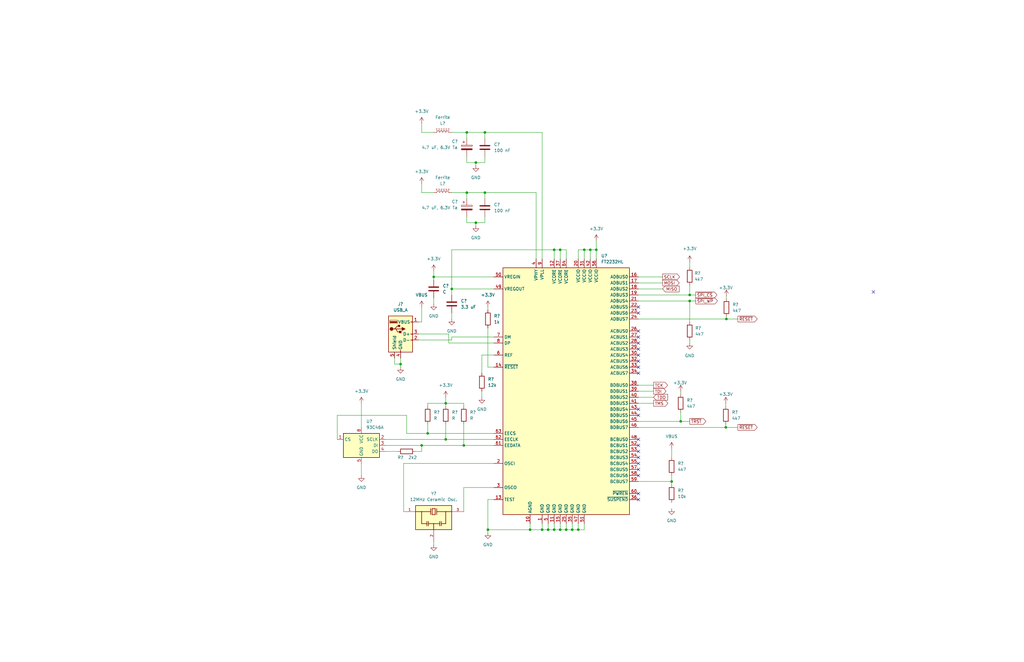
<source format=kicad_sch>
(kicad_sch (version 20211123) (generator eeschema)
  (paper "B")
  (lib_symbols
    (symbol "Connector:USB_A" (pin_names (offset 1.016))
      (property "Reference" "J" (at -5.08 11.43 0))
      (property "Value" "USB_A" (at -5.08 8.89 0))
      (symbol "USB_A_0_1"
        (rectangle (start -5.08 -7.62) (end 5.08 7.62) (stroke (width 0.254)) (fill (type background)))
        (circle (center -3.81 2.159) (radius 0.635) (stroke (width 0.254)) (fill (type outline)))
        (rectangle (start -1.524 4.826) (end -4.318 5.334) (fill (type outline)))
        (rectangle (start -1.27 4.572) (end -4.572 5.842))
        (circle (center -0.635 3.429) (radius 0.381) (stroke (width 0.254)) (fill (type outline)))
        (rectangle (start -0.127 -7.62) (end 0.127 -6.858))
        (polyline (pts (xy -3.175 2.159) (xy -2.54 2.159) (xy -1.27 3.429) (xy -0.635 3.429)) (stroke (width 0.254)))
        (polyline (pts (xy -2.54 2.159) (xy -1.905 2.159) (xy -1.27 0.889) (xy 0 0.889)) (stroke (width 0.254)))
        (polyline (pts (xy 0.635 2.794) (xy 0.635 1.524) (xy 1.905 2.159) (xy 0.635 2.794)) (stroke (width 0.254)) (fill (type outline)))
        (rectangle (start 0.254 1.27) (end -0.508 0.508) (stroke (width 0.254)) (fill (type outline)))
        (rectangle (start 5.08 -2.667) (end 4.318 -2.413))
        (rectangle (start 5.08 -0.127) (end 4.318 0.127))
        (rectangle (start 5.08 4.953) (end 4.318 5.207))
      )
      (symbol "USB_A_1_1"
        (polyline (pts (xy -1.905 2.159) (xy 0.635 2.159)) (stroke (width 0.254)))
        (pin power_in line (at 7.62 5.08 180) (length 2.54) (name "VBUS") (number "1"))
        (pin bidirectional line (at 7.62 -2.54 180) (length 2.54) (name "D-") (number "2"))
        (pin bidirectional line (at 7.62 0 180) (length 2.54) (name "D+") (number "3"))
        (pin power_in line (at 0 -10.16 90) (length 2.54) (name "GND") (number "4"))
        (pin passive line (at -2.54 -10.16 90) (length 2.54) (name "Shield") (number "5"))
      )
    )
    (symbol "Device:C" (pin_numbers hide) (pin_names (offset 0.254))
      (property "Reference" "C" (at 0.635 2.54 0))
      (property "Value" "C" (at 0.635 -2.54 0))
      (symbol "C_0_1"
        (polyline (pts (xy -2.032 -0.762) (xy 2.032 -0.762)) (stroke (width 0.508)))
        (polyline (pts (xy -2.032 0.762) (xy 2.032 0.762)) (stroke (width 0.508)))
      )
      (symbol "C_1_1"
        (pin passive line (at 0 3.81 270) (length 2.794) (name "~") (number "1"))
        (pin passive line (at 0 -3.81 90) (length 2.794) (name "~") (number "2"))
      )
    )
    (symbol "Device:C_Polarized" (pin_numbers hide) (pin_names (offset 0.254))
      (property "Reference" "C" (at 0.635 2.54 0))
      (property "Value" "C_Polarized" (at 0.635 -2.54 0))
      (symbol "C_Polarized_0_1"
        (rectangle (start -2.286 0.508) (end 2.286 1.016))
        (polyline (pts (xy -1.778 2.286) (xy -0.762 2.286)))
        (polyline (pts (xy -1.27 2.794) (xy -1.27 1.778)))
        (rectangle (start 2.286 -0.508) (end -2.286 -1.016) (fill (type outline)))
      )
      (symbol "C_Polarized_1_1"
        (pin passive line (at 0 3.81 270) (length 2.794) (name "~") (number "1"))
        (pin passive line (at 0 -3.81 90) (length 2.794) (name "~") (number "2"))
      )
    )
    (symbol "Device:L_Ferrite" (pin_numbers hide) (pin_names (offset 1.016) hide)
      (property "Reference" "L" (at -1.27 0 90))
      (property "Value" "L_Ferrite" (at 2.794 0 90))
      (symbol "L_Ferrite_0_1"
        (arc (start 0 -2.54) (mid 0.635 -1.905) (end 0 -1.27))
        (arc (start 0 -1.27) (mid 0.635 -0.635) (end 0 0))
        (polyline (pts (xy 1.016 -2.794) (xy 1.016 -2.286)))
        (polyline (pts (xy 1.016 -1.778) (xy 1.016 -1.27)))
        (polyline (pts (xy 1.016 -0.762) (xy 1.016 -0.254)))
        (polyline (pts (xy 1.016 0.254) (xy 1.016 0.762)))
        (polyline (pts (xy 1.016 1.27) (xy 1.016 1.778)))
        (polyline (pts (xy 1.016 2.286) (xy 1.016 2.794)))
        (polyline (pts (xy 1.524 -2.286) (xy 1.524 -2.794)))
        (polyline (pts (xy 1.524 -1.27) (xy 1.524 -1.778)))
        (polyline (pts (xy 1.524 -0.254) (xy 1.524 -0.762)))
        (polyline (pts (xy 1.524 0.762) (xy 1.524 0.254)))
        (polyline (pts (xy 1.524 1.778) (xy 1.524 1.27)))
        (polyline (pts (xy 1.524 2.794) (xy 1.524 2.286)))
        (arc (start 0 0) (mid 0.635 0.635) (end 0 1.27))
        (arc (start 0 1.27) (mid 0.635 1.905) (end 0 2.54))
      )
      (symbol "L_Ferrite_1_1"
        (pin passive line (at 0 3.81 270) (length 1.27) (name "1") (number "1"))
        (pin passive line (at 0 -3.81 90) (length 1.27) (name "2") (number "2"))
      )
    )
    (symbol "Device:R" (pin_numbers hide) (pin_names (offset 0))
      (property "Reference" "R" (at 2.032 0 90))
      (property "Value" "R" (at 0 0 90))
      (symbol "R_0_1"
        (rectangle (start -1.016 -2.54) (end 1.016 2.54) (stroke (width 0.254)))
      )
      (symbol "R_1_1"
        (pin passive line (at 0 3.81 270) (length 1.27) (name "~") (number "1"))
        (pin passive line (at 0 -3.81 90) (length 1.27) (name "~") (number "2"))
      )
    )
    (symbol "Interface_USB:FT2232HL"
      (property "Reference" "U" (at -26.67 53.34 0))
      (property "Value" "FT2232HL" (at 19.05 53.34 0))
      (symbol "FT2232HL_0_1"
        (rectangle (start -26.67 -52.07) (end 26.67 52.07) (stroke (width 0.254)) (fill (type background)))
      )
      (symbol "FT2232HL_1_1"
        (pin power_in line (at -10.16 -55.88 90) (length 3.81) (name "GND") (number "1"))
        (pin power_in line (at -15.24 -55.88 90) (length 3.81) (name "AGND") (number "10"))
        (pin power_in line (at -5.08 -55.88 90) (length 3.81) (name "GND") (number "11"))
        (pin power_in line (at -5.08 55.88 270) (length 3.81) (name "VCORE") (number "12"))
        (pin input line (at -30.48 -45.72 0) (length 3.81) (name "TEST") (number "13"))
        (pin input line (at -30.48 10.16 0) (length 3.81) (name "~{RESET}") (number "14"))
        (pin power_in line (at -2.54 -55.88 90) (length 3.81) (name "GND") (number "15"))
        (pin bidirectional line (at 30.48 48.26 180) (length 3.81) (name "ADBUS0") (number "16"))
        (pin bidirectional line (at 30.48 45.72 180) (length 3.81) (name "ADBUS1") (number "17"))
        (pin bidirectional line (at 30.48 43.18 180) (length 3.81) (name "ADBUS2") (number "18"))
        (pin bidirectional line (at 30.48 40.64 180) (length 3.81) (name "ADBUS3") (number "19"))
        (pin input line (at -30.48 -30.48 0) (length 3.81) (name "OSCI") (number "2"))
        (pin power_in line (at 5.08 55.88 270) (length 3.81) (name "VCCIO") (number "20"))
        (pin bidirectional line (at 30.48 38.1 180) (length 3.81) (name "ADBUS4") (number "21"))
        (pin bidirectional line (at 30.48 35.56 180) (length 3.81) (name "ADBUS5") (number "22"))
        (pin bidirectional line (at 30.48 33.02 180) (length 3.81) (name "ADBUS6") (number "23"))
        (pin bidirectional line (at 30.48 30.48 180) (length 3.81) (name "ADBUS7") (number "24"))
        (pin power_in line (at 0 -55.88 90) (length 3.81) (name "GND") (number "25"))
        (pin bidirectional line (at 30.48 25.4 180) (length 3.81) (name "ACBUS0") (number "26"))
        (pin bidirectional line (at 30.48 22.86 180) (length 3.81) (name "ACBUS1") (number "27"))
        (pin bidirectional line (at 30.48 20.32 180) (length 3.81) (name "ACBUS2") (number "28"))
        (pin bidirectional line (at 30.48 17.78 180) (length 3.81) (name "ACBUS3") (number "29"))
        (pin output line (at -30.48 -40.64 0) (length 3.81) (name "OSCO") (number "3"))
        (pin bidirectional line (at 30.48 15.24 180) (length 3.81) (name "ACBUS4") (number "30"))
        (pin power_in line (at 7.62 55.88 270) (length 3.81) (name "VCCIO") (number "31"))
        (pin bidirectional line (at 30.48 12.7 180) (length 3.81) (name "ACBUS5") (number "32"))
        (pin bidirectional line (at 30.48 10.16 180) (length 3.81) (name "ACBUS6") (number "33"))
        (pin bidirectional line (at 30.48 7.62 180) (length 3.81) (name "ACBUS7") (number "34"))
        (pin power_in line (at 2.54 -55.88 90) (length 3.81) (name "GND") (number "35"))
        (pin output line (at 30.48 -45.72 180) (length 3.81) (name "~{SUSPEND}") (number "36"))
        (pin power_in line (at -2.54 55.88 270) (length 3.81) (name "VCORE") (number "37"))
        (pin bidirectional line (at 30.48 2.54 180) (length 3.81) (name "BDBUS0") (number "38"))
        (pin bidirectional line (at 30.48 0 180) (length 3.81) (name "BDBUS1") (number "39"))
        (pin power_in line (at -12.7 55.88 270) (length 3.81) (name "VPHY") (number "4"))
        (pin bidirectional line (at 30.48 -2.54 180) (length 3.81) (name "BDBUS2") (number "40"))
        (pin bidirectional line (at 30.48 -5.08 180) (length 3.81) (name "BDBUS3") (number "41"))
        (pin power_in line (at 10.16 55.88 270) (length 3.81) (name "VCCIO") (number "42"))
        (pin bidirectional line (at 30.48 -7.62 180) (length 3.81) (name "BDBUS4") (number "43"))
        (pin bidirectional line (at 30.48 -10.16 180) (length 3.81) (name "BDBUS5") (number "44"))
        (pin bidirectional line (at 30.48 -12.7 180) (length 3.81) (name "BDBUS6") (number "45"))
        (pin bidirectional line (at 30.48 -15.24 180) (length 3.81) (name "BDBUS7") (number "46"))
        (pin power_in line (at 5.08 -55.88 90) (length 3.81) (name "GND") (number "47"))
        (pin bidirectional line (at 30.48 -20.32 180) (length 3.81) (name "BCBUS0") (number "48"))
        (pin power_out line (at -30.48 43.18 0) (length 3.81) (name "VREGOUT") (number "49"))
        (pin power_in line (at -7.62 -55.88 90) (length 3.81) (name "GND") (number "5"))
        (pin power_in line (at -30.48 48.26 0) (length 3.81) (name "VREGIN") (number "50"))
        (pin power_in line (at 7.62 -55.88 90) (length 3.81) (name "GND") (number "51"))
        (pin bidirectional line (at 30.48 -22.86 180) (length 3.81) (name "BCBUS1") (number "52"))
        (pin bidirectional line (at 30.48 -25.4 180) (length 3.81) (name "BCBUS2") (number "53"))
        (pin bidirectional line (at 30.48 -27.94 180) (length 3.81) (name "BCBUS3") (number "54"))
        (pin bidirectional line (at 30.48 -30.48 180) (length 3.81) (name "BCBUS4") (number "55"))
        (pin power_in line (at 12.7 55.88 270) (length 3.81) (name "VCCIO") (number "56"))
        (pin bidirectional line (at 30.48 -33.02 180) (length 3.81) (name "BCBUS5") (number "57"))
        (pin bidirectional line (at 30.48 -35.56 180) (length 3.81) (name "BCBUS6") (number "58"))
        (pin bidirectional line (at 30.48 -38.1 180) (length 3.81) (name "BCBUS7") (number "59"))
        (pin output line (at -30.48 15.24 0) (length 3.81) (name "REF") (number "6"))
        (pin output line (at 30.48 -43.18 180) (length 3.81) (name "~{PWREN}") (number "60"))
        (pin bidirectional line (at -30.48 -22.86 0) (length 3.81) (name "EEDATA") (number "61"))
        (pin output line (at -30.48 -20.32 0) (length 3.81) (name "EECLK") (number "62"))
        (pin output line (at -30.48 -17.78 0) (length 3.81) (name "EECS") (number "63"))
        (pin power_in line (at 0 55.88 270) (length 3.81) (name "VCORE") (number "64"))
        (pin bidirectional line (at -30.48 22.86 0) (length 3.81) (name "DM") (number "7"))
        (pin bidirectional line (at -30.48 20.32 0) (length 3.81) (name "DP") (number "8"))
        (pin input line (at -10.16 55.88 270) (length 3.81) (name "VPLL") (number "9"))
      )
    )
    (symbol "Memory_EEPROM:93CxxA"
      (property "Reference" "U" (at -7.62 6.35 0))
      (property "Value" "93CxxA" (at 2.54 -6.35 0))
      (symbol "93CxxA_1_1"
        (rectangle (start -7.62 5.08) (end 7.62 -5.08) (stroke (width 0.254)) (fill (type background)))
        (pin input line (at -10.16 2.54 0) (length 2.54) (name "CS") (number "1"))
        (pin input line (at 10.16 2.54 180) (length 2.54) (name "SCLK") (number "2"))
        (pin input line (at 10.16 0 180) (length 2.54) (name "DI") (number "3"))
        (pin tri_state line (at 10.16 -2.54 180) (length 2.54) (name "DO") (number "4"))
        (pin power_in line (at 0 -7.62 90) (length 2.54) (name "GND") (number "5"))
        (pin no_connect line (at -7.62 0 0) (length 2.54) hide (name "NC") (number "6"))
        (pin no_connect line (at -7.62 -2.54 0) (length 2.54) hide (name "NC") (number "7"))
        (pin power_in line (at 0 7.62 270) (length 2.54) (name "VCC") (number "8"))
      )
    )
    (symbol "SnapEDA:CSTCE12M0G15L99-R0" (pin_names (offset 1.016))
      (property "Reference" "Y" (at -7.62 6.35 0))
      (property "Value" "CSTCE12M0G15L99-R0" (at 1.27 -6.35 0))
      (symbol "CSTCE12M0G15L99-R0_0_0"
        (rectangle (start -7.62 -5.08) (end 7.62 5.08) (stroke (width 0.254)) (fill (type background)))
        (polyline (pts (xy -7.62 2.54) (xy -5.08 2.54)) (stroke (width 0.254)))
        (polyline (pts (xy -5.08 -2.54) (xy -5.08 2.54)) (stroke (width 0.254)))
        (polyline (pts (xy -5.08 2.54) (xy -1.27 2.54)) (stroke (width 0.254)))
        (polyline (pts (xy -2.8575 -2.54) (xy -5.08 -2.54)) (stroke (width 0.254)))
        (polyline (pts (xy -2.8575 -2.54) (xy -2.8575 -3.4925)) (stroke (width 0.254)))
        (polyline (pts (xy -2.8575 -1.5875) (xy -2.8575 -2.54)) (stroke (width 0.254)))
        (polyline (pts (xy -2.2225 -2.54) (xy -2.2225 -3.4925)) (stroke (width 0.254)))
        (polyline (pts (xy -2.2225 -1.5875) (xy -2.2225 -2.54)) (stroke (width 0.254)))
        (polyline (pts (xy -1.27 2.54) (xy -1.27 1.27)) (stroke (width 0.254)))
        (polyline (pts (xy -1.27 3.81) (xy -1.27 2.54)) (stroke (width 0.254)))
        (polyline (pts (xy -0.635 1.27) (xy -0.635 3.81)) (stroke (width 0.254)))
        (polyline (pts (xy -0.635 3.81) (xy 0.635 3.81)) (stroke (width 0.254)))
        (polyline (pts (xy 0 -5.08) (xy 0 -2.54)) (stroke (width 0.254)))
        (polyline (pts (xy 0 -2.54) (xy -2.2225 -2.54)) (stroke (width 0.254)))
        (polyline (pts (xy 0 -2.54) (xy 2.54 -2.54)) (stroke (width 0.254)))
        (polyline (pts (xy 0.635 1.27) (xy -0.635 1.27)) (stroke (width 0.254)))
        (polyline (pts (xy 0.635 3.81) (xy 0.635 1.27)) (stroke (width 0.254)))
        (polyline (pts (xy 1.27 2.54) (xy 1.27 1.27)) (stroke (width 0.254)))
        (polyline (pts (xy 1.27 2.54) (xy 5.08 2.54)) (stroke (width 0.254)))
        (polyline (pts (xy 1.27 3.81) (xy 1.27 2.54)) (stroke (width 0.254)))
        (polyline (pts (xy 2.54 -2.54) (xy 2.54 -3.4925)) (stroke (width 0.254)))
        (polyline (pts (xy 2.54 -1.5875) (xy 2.54 -2.54)) (stroke (width 0.254)))
        (polyline (pts (xy 3.175 -2.54) (xy 3.175 -3.4925)) (stroke (width 0.254)))
        (polyline (pts (xy 3.175 -2.54) (xy 5.08 -2.54)) (stroke (width 0.254)))
        (polyline (pts (xy 3.175 -1.5875) (xy 3.175 -2.54)) (stroke (width 0.254)))
        (polyline (pts (xy 5.08 -2.54) (xy 5.08 2.54)) (stroke (width 0.254)))
        (polyline (pts (xy 5.08 2.54) (xy 7.62 2.54)) (stroke (width 0.254)))
        (pin input line (at -12.7 2.54 0) (length 5.08) (name "~") (number "1"))
        (pin power_in line (at 0 -10.16 90) (length 5.08) (name "~") (number "2"))
        (pin output line (at 12.7 2.54 180) (length 5.08) (name "~") (number "3"))
      )
    )
    (symbol "power:+3.3V" (power) (pin_names (offset 0))
      (property "Value" "+3.3V" (at 0 3.556 0))
      (symbol "+3.3V_0_1"
        (polyline (pts (xy -0.762 1.27) (xy 0 2.54)))
        (polyline (pts (xy 0 0) (xy 0 2.54)))
        (polyline (pts (xy 0 2.54) (xy 0.762 1.27)))
      )
      (symbol "+3.3V_1_1"
        (pin power_in line (at 0 0 90) (length 0) hide (name "+3.3V") (number "1"))
      )
    )
    (symbol "power:GND" (power) (pin_names (offset 0))
      (property "Value" "GND" (at 0 -3.81 0))
      (symbol "GND_0_1"
        (polyline (pts (xy 0 0) (xy 0 -1.27) (xy 1.27 -1.27) (xy 0 -2.54) (xy -1.27 -1.27) (xy 0 -1.27)))
      )
      (symbol "GND_1_1"
        (pin power_in line (at 0 0 270) (length 0) hide (name "GND") (number "1"))
      )
    )
    (symbol "power:VBUS" (power) (pin_names (offset 0))
      (property "Value" "VBUS" (at 0 3.81 0))
      (symbol "VBUS_0_1"
        (polyline (pts (xy -0.762 1.27) (xy 0 2.54)))
        (polyline (pts (xy 0 0) (xy 0 2.54)))
        (polyline (pts (xy 0 2.54) (xy 0.762 1.27)))
      )
      (symbol "VBUS_1_1"
        (pin power_in line (at 0 0 90) (length 0) hide (name "VBUS") (number "1"))
      )
    )
  )
  (junction (at 233.68 105.41))
  (junction (at 248.92 105.41))
  (junction (at 196.85 55.88))
  (junction (at 233.68 223.52))
  (junction (at 205.74 223.52))
  (junction (at 238.76 223.52))
  (junction (at 168.91 153.67))
  (junction (at 196.85 81.28))
  (junction (at 243.84 223.52))
  (junction (at 236.22 105.41))
  (junction (at 180.34 182.88))
  (junction (at 283.21 203.2))
  (junction (at 187.96 170.18))
  (junction (at 290.83 127))
  (junction (at 195.58 187.96))
  (junction (at 190.5 121.92))
  (junction (at 187.96 185.42))
  (junction (at 228.6 223.52))
  (junction (at 204.47 81.28))
  (junction (at 204.47 55.88))
  (junction (at 223.52 223.52))
  (junction (at 200.66 68.58))
  (junction (at 177.8 187.96))
  (junction (at 290.83 124.46))
  (junction (at 236.22 223.52))
  (junction (at 200.66 93.98))
  (junction (at 287.02 177.8))
  (junction (at 231.14 223.52))
  (junction (at 246.38 105.41))
  (junction (at 306.07 180.34))
  (junction (at 182.88 116.84))
  (junction (at 251.46 105.41))
  (junction (at 306.324 134.62))
  (junction (at 241.3 223.52))
  (no_connect (at 269.24 152.4))
  (no_connect (at 269.24 175.26))
  (no_connect (at 269.24 190.5))
  (no_connect (at 368.3 123.19))
  (no_connect (at 269.24 139.7))
  (no_connect (at 269.24 185.42))
  (no_connect (at 269.24 154.94))
  (no_connect (at 269.24 210.82))
  (no_connect (at 269.24 172.72))
  (no_connect (at 269.24 187.96))
  (no_connect (at 269.24 144.78))
  (no_connect (at 269.24 195.58))
  (no_connect (at 269.24 200.66))
  (no_connect (at 269.24 157.48))
  (no_connect (at 269.24 147.32))
  (no_connect (at 269.24 129.54))
  (no_connect (at 269.24 208.28))
  (no_connect (at 269.24 193.04))
  (no_connect (at 269.24 198.12))
  (no_connect (at 269.24 142.24))
  (no_connect (at 269.24 132.08))
  (no_connect (at 269.24 149.86))
  (wire (pts (xy 177.8 190.5) (xy 177.8 187.96)))
  (wire (pts (xy 241.3 220.98) (xy 241.3 223.52)))
  (wire (pts (xy 189.23 144.78) (xy 208.28 144.78)))
  (wire (pts (xy 177.8 55.88) (xy 182.88 55.88)))
  (wire (pts (xy 269.24 180.34) (xy 306.07 180.34)))
  (wire (pts (xy 269.24 162.56) (xy 275.59 162.56)))
  (wire (pts (xy 231.14 223.52) (xy 228.6 223.52)))
  (wire (pts (xy 205.74 129.54) (xy 205.74 130.81)))
  (wire (pts (xy 238.76 105.41) (xy 236.22 105.41)))
  (wire (pts (xy 196.85 93.98) (xy 200.66 93.98)))
  (wire (pts (xy 238.76 223.52) (xy 236.22 223.52)))
  (wire (pts (xy 287.02 173.99) (xy 287.02 177.8)))
  (wire (pts (xy 195.58 171.45) (xy 195.58 170.18)))
  (wire (pts (xy 204.47 68.58) (xy 200.66 68.58)))
  (wire (pts (xy 228.6 109.22) (xy 228.6 55.88)))
  (wire (pts (xy 226.06 109.22) (xy 226.06 81.28)))
  (wire (pts (xy 306.324 124.968) (xy 306.324 125.984)))
  (wire (pts (xy 190.5 142.24) (xy 208.28 142.24)))
  (wire (pts (xy 190.5 81.28) (xy 196.85 81.28)))
  (wire (pts (xy 195.58 187.96) (xy 208.28 187.96)))
  (wire (pts (xy 195.58 170.18) (xy 187.96 170.18)))
  (wire (pts (xy 166.37 151.13) (xy 166.37 153.67)))
  (wire (pts (xy 162.56 190.5) (xy 167.64 190.5)))
  (wire (pts (xy 176.53 143.51) (xy 190.5 143.51)))
  (wire (pts (xy 152.4 170.18) (xy 152.4 180.34)))
  (wire (pts (xy 241.3 223.52) (xy 238.76 223.52)))
  (wire (pts (xy 182.88 118.11) (xy 182.88 116.84)))
  (wire (pts (xy 233.68 105.41) (xy 233.68 109.22)))
  (wire (pts (xy 205.74 210.82) (xy 208.28 210.82)))
  (wire (pts (xy 233.68 220.98) (xy 233.68 223.52)))
  (wire (pts (xy 196.85 81.28) (xy 204.47 81.28)))
  (wire (pts (xy 187.96 170.18) (xy 187.96 171.45)))
  (wire (pts (xy 306.07 170.18) (xy 306.07 171.45)))
  (wire (pts (xy 182.88 114.3) (xy 182.88 116.84)))
  (wire (pts (xy 176.53 140.97) (xy 189.23 140.97)))
  (wire (pts (xy 180.34 170.18) (xy 187.96 170.18)))
  (wire (pts (xy 306.07 179.07) (xy 306.07 180.34)))
  (wire (pts (xy 251.46 105.41) (xy 251.46 109.22)))
  (wire (pts (xy 269.24 119.38) (xy 279.4 119.38)))
  (wire (pts (xy 233.68 223.52) (xy 231.14 223.52)))
  (wire (pts (xy 203.2 149.86) (xy 208.28 149.86)))
  (wire (pts (xy 290.83 110.49) (xy 290.83 112.776)))
  (wire (pts (xy 190.5 105.41) (xy 190.5 121.92)))
  (wire (pts (xy 200.66 68.58) (xy 200.66 69.85)))
  (wire (pts (xy 196.85 55.88) (xy 204.47 55.88)))
  (wire (pts (xy 243.84 105.41) (xy 246.38 105.41)))
  (wire (pts (xy 236.22 105.41) (xy 236.22 109.22)))
  (wire (pts (xy 269.24 203.2) (xy 283.21 203.2)))
  (wire (pts (xy 290.83 143.51) (xy 290.83 144.78)))
  (wire (pts (xy 187.96 185.42) (xy 208.28 185.42)))
  (wire (pts (xy 180.34 171.45) (xy 180.34 170.18)))
  (wire (pts (xy 306.324 133.604) (xy 306.324 134.62)))
  (wire (pts (xy 176.53 135.89) (xy 177.8 135.89)))
  (wire (pts (xy 204.47 93.98) (xy 200.66 93.98)))
  (wire (pts (xy 195.58 205.74) (xy 208.28 205.74)))
  (wire (pts (xy 205.74 138.43) (xy 205.74 154.94)))
  (wire (pts (xy 190.5 55.88) (xy 196.85 55.88)))
  (wire (pts (xy 228.6 220.98) (xy 228.6 223.52)))
  (wire (pts (xy 204.47 66.04) (xy 204.47 68.58)))
  (wire (pts (xy 269.24 134.62) (xy 306.324 134.62)))
  (wire (pts (xy 170.18 195.58) (xy 170.18 215.9)))
  (wire (pts (xy 182.88 228.6) (xy 182.88 229.87)))
  (wire (pts (xy 269.24 124.46) (xy 290.83 124.46)))
  (wire (pts (xy 171.45 182.88) (xy 180.34 182.88)))
  (wire (pts (xy 196.85 66.04) (xy 196.85 68.58)))
  (wire (pts (xy 236.22 105.41) (xy 233.68 105.41)))
  (wire (pts (xy 246.38 105.41) (xy 246.38 109.22)))
  (wire (pts (xy 269.24 121.92) (xy 279.4 121.92)))
  (wire (pts (xy 306.07 180.34) (xy 311.15 180.34)))
  (wire (pts (xy 238.76 220.98) (xy 238.76 223.52)))
  (wire (pts (xy 196.85 91.44) (xy 196.85 93.98)))
  (wire (pts (xy 196.85 81.28) (xy 196.85 83.82)))
  (wire (pts (xy 290.83 124.46) (xy 293.37 124.46)))
  (wire (pts (xy 166.37 153.67) (xy 168.91 153.67)))
  (wire (pts (xy 177.8 135.89) (xy 177.8 129.54)))
  (wire (pts (xy 190.5 121.92) (xy 208.28 121.92)))
  (wire (pts (xy 142.24 185.42) (xy 142.24 175.26)))
  (wire (pts (xy 231.14 220.98) (xy 231.14 223.52)))
  (wire (pts (xy 223.52 220.98) (xy 223.52 223.52)))
  (wire (pts (xy 306.324 134.62) (xy 311.15 134.62)))
  (wire (pts (xy 283.21 200.66) (xy 283.21 203.2)))
  (wire (pts (xy 283.21 203.2) (xy 283.21 204.47)))
  (wire (pts (xy 180.34 182.88) (xy 208.28 182.88)))
  (wire (pts (xy 236.22 220.98) (xy 236.22 223.52)))
  (wire (pts (xy 223.52 223.52) (xy 205.74 223.52)))
  (wire (pts (xy 168.91 153.67) (xy 168.91 154.94)))
  (wire (pts (xy 204.47 91.44) (xy 204.47 93.98)))
  (wire (pts (xy 251.46 101.6) (xy 251.46 105.41)))
  (wire (pts (xy 290.83 127) (xy 293.37 127)))
  (wire (pts (xy 290.83 127) (xy 290.83 135.89)))
  (wire (pts (xy 162.56 187.96) (xy 177.8 187.96)))
  (wire (pts (xy 195.58 179.07) (xy 195.58 187.96)))
  (wire (pts (xy 236.22 223.52) (xy 233.68 223.52)))
  (wire (pts (xy 195.58 215.9) (xy 195.58 205.74)))
  (wire (pts (xy 177.8 77.47) (xy 177.8 81.28)))
  (wire (pts (xy 142.24 175.26) (xy 171.45 175.26)))
  (wire (pts (xy 269.24 165.1) (xy 275.59 165.1)))
  (wire (pts (xy 182.88 125.73) (xy 182.88 128.27)))
  (wire (pts (xy 175.26 190.5) (xy 177.8 190.5)))
  (wire (pts (xy 203.2 165.1) (xy 203.2 167.64)))
  (wire (pts (xy 248.92 105.41) (xy 251.46 105.41)))
  (wire (pts (xy 196.85 68.58) (xy 200.66 68.58)))
  (wire (pts (xy 290.83 120.396) (xy 290.83 124.46)))
  (wire (pts (xy 168.91 151.13) (xy 168.91 153.67)))
  (wire (pts (xy 196.85 55.88) (xy 196.85 58.42)))
  (wire (pts (xy 246.38 223.52) (xy 243.84 223.52)))
  (wire (pts (xy 269.24 177.8) (xy 287.02 177.8)))
  (wire (pts (xy 228.6 223.52) (xy 223.52 223.52)))
  (wire (pts (xy 243.84 109.22) (xy 243.84 105.41)))
  (wire (pts (xy 269.24 127) (xy 290.83 127)))
  (wire (pts (xy 177.8 187.96) (xy 195.58 187.96)))
  (wire (pts (xy 226.06 81.28) (xy 204.47 81.28)))
  (wire (pts (xy 205.74 223.52) (xy 205.74 210.82)))
  (wire (pts (xy 190.5 143.51) (xy 190.5 142.24)))
  (wire (pts (xy 205.74 154.94) (xy 208.28 154.94)))
  (wire (pts (xy 170.18 195.58) (xy 208.28 195.58)))
  (wire (pts (xy 269.24 116.84) (xy 279.4 116.84)))
  (wire (pts (xy 177.8 81.28) (xy 182.88 81.28)))
  (wire (pts (xy 243.84 220.98) (xy 243.84 223.52)))
  (wire (pts (xy 248.92 105.41) (xy 248.92 109.22)))
  (wire (pts (xy 203.2 157.48) (xy 203.2 149.86)))
  (wire (pts (xy 238.76 109.22) (xy 238.76 105.41)))
  (wire (pts (xy 162.56 185.42) (xy 187.96 185.42)))
  (wire (pts (xy 204.47 81.28) (xy 204.47 83.82)))
  (wire (pts (xy 246.38 105.41) (xy 248.92 105.41)))
  (wire (pts (xy 182.88 116.84) (xy 208.28 116.84)))
  (wire (pts (xy 200.66 93.98) (xy 200.66 95.25)))
  (wire (pts (xy 190.5 124.46) (xy 190.5 121.92)))
  (wire (pts (xy 171.45 175.26) (xy 171.45 182.88)))
  (wire (pts (xy 233.68 105.41) (xy 190.5 105.41)))
  (wire (pts (xy 187.96 170.18) (xy 187.96 167.64)))
  (wire (pts (xy 152.4 195.58) (xy 152.4 200.66)))
  (wire (pts (xy 269.24 170.18) (xy 275.59 170.18)))
  (wire (pts (xy 190.5 132.08) (xy 190.5 134.62)))
  (wire (pts (xy 180.34 179.07) (xy 180.34 182.88)))
  (wire (pts (xy 204.47 55.88) (xy 204.47 58.42)))
  (wire (pts (xy 243.84 223.52) (xy 241.3 223.52)))
  (wire (pts (xy 283.21 189.23) (xy 283.21 193.04)))
  (wire (pts (xy 269.24 167.64) (xy 275.59 167.64)))
  (wire (pts (xy 287.02 177.8) (xy 290.83 177.8)))
  (wire (pts (xy 187.96 179.07) (xy 187.96 185.42)))
  (wire (pts (xy 189.23 140.97) (xy 189.23 144.78)))
  (wire (pts (xy 246.38 220.98) (xy 246.38 223.52)))
  (wire (pts (xy 287.02 165.1) (xy 287.02 166.37)))
  (wire (pts (xy 205.74 224.79) (xy 205.74 223.52)))
  (wire (pts (xy 228.6 55.88) (xy 204.47 55.88)))
  (wire (pts (xy 177.8 52.07) (xy 177.8 55.88)))
  (global_label "TMS" (shape output) (at 275.59 170.18 0) (property "Intersheet References" "${INTERSHEET_REFS}" (at 281.6317 170.1006 0) (effects (justify left))))
  (global_label "MOSI" (shape output) (at 279.4 119.38 0) (property "Intersheet References" "${INTERSHEET_REFS}" (at 286.4093 119.3006 0) (effects (justify left))))
  (global_label "~{SPI_WP}" (shape output) (at 293.37 127 0) (property "Intersheet References" "${INTERSHEET_REFS}" (at 302.5564 126.9206 0) (effects (justify left))))
  (global_label "~{SPI_CS}" (shape output) (at 293.37 124.46 0) (property "Intersheet References" "${INTERSHEET_REFS}" (at 302.3145 124.3806 0) (effects (justify left))))
  (global_label "MISO" (shape input) (at 279.4 121.92 0) (property "Intersheet References" "${INTERSHEET_REFS}" (at 286.4093 121.8406 0) (effects (justify left))))
  (global_label "~{RESET}" (shape output) (at 311.15 134.62 0) (property "Intersheet References" "${INTERSHEET_REFS}" (at 319.3083 134.5406 0) (effects (justify left))))
  (global_label "TCK" (shape output) (at 275.59 162.56 0) (property "Intersheet References" "${INTERSHEET_REFS}" (at 281.5107 162.4806 0) (effects (justify left))))
  (global_label "SCLK" (shape output) (at 279.4 116.84 0) (property "Intersheet References" "${INTERSHEET_REFS}" (at 286.5907 116.7606 0) (effects (justify left))))
  (global_label "TDI" (shape output) (at 275.59 165.1 0) (property "Intersheet References" "${INTERSHEET_REFS}" (at 280.8455 165.0206 0) (effects (justify left))))
  (global_label "TDO" (shape input) (at 275.59 167.64 0) (property "Intersheet References" "${INTERSHEET_REFS}" (at 281.5712 167.5606 0) (effects (justify left))))
  (global_label "~{TRST}" (shape output) (at 290.83 177.8 0) (property "Intersheet References" "${INTERSHEET_REFS}" (at 297.6579 177.7206 0) (effects (justify left))))
  (global_label "~{RESET}" (shape output) (at 311.15 180.34 0) (property "Intersheet References" "${INTERSHEET_REFS}" (at 319.3083 180.2606 0) (effects (justify left))))
  (symbol (lib_id "Interface_USB:FT2232HL") (at 238.76 165.1 0) (unit 1)
    (property "Reference" "U?" (at 253.4794 107.95 0) (effects (justify left)))
    (property "Value" "FT2232HL" (at 253.4794 110.49 0) (effects (justify left)))
    (property "Footprint" "Package_QFP:LQFP-64_10x10mm_P0.5mm" (effects hide))
    (property "Datasheet" "https://www.ftdichip.com/Support/Documents/DataSheets/ICs/DS_FT2232H.pdf" (effects hide))
  )
  (symbol (lib_id "power:GND") (at 182.88 229.87 0) (unit 1)
    (property "Reference" "#PWR?" (effects hide))
    (property "Value" "GND" (at 182.88 234.95 0))
  )
  (symbol (lib_id "Device:C_Polarized") (at 196.85 87.63 0) (unit 1)
    (property "Reference" "C?" (at 190.5 85.09 0) (effects (justify left)))
    (property "Value" "4.7 uF, 6.3V Ta" (at 177.8 87.63 0) (effects (justify left)))
  )
  (symbol (lib_id "power:+3.3V") (at 152.4 170.18 0) (unit 1)
    (property "Reference" "#PWR?" (effects hide))
    (property "Value" "+3.3V" (at 152.4 165.1 0))
  )
  (symbol (lib_id "Device:R") (at 187.96 175.26 0) (unit 1)
    (property "Reference" "R?" (at 190.5 173.9899 0) (effects (justify left)))
    (property "Value" "R" (at 190.5 176.5299 0) (effects (justify left)))
  )
  (symbol (lib_id "power:GND") (at 168.91 154.94 0) (unit 1)
    (property "Reference" "#PWR?" (effects hide))
    (property "Value" "GND" (at 168.91 160.02 0))
  )
  (symbol (lib_id "Connector:USB_A") (at 168.91 140.97 0) (unit 1)
    (property "Reference" "J?" (at 168.91 128.27 0))
    (property "Value" "USB_A" (at 168.91 130.81 0))
    (property "Datasheet" " ~" (effects hide))
  )
  (symbol (lib_id "power:GND") (at 190.5 134.62 0) (unit 1)
    (property "Reference" "#PWR?" (effects hide))
    (property "Value" "GND" (at 190.5 139.7 0))
  )
  (symbol (lib_id "power:GND") (at 205.74 224.79 0) (unit 1)
    (property "Reference" "#PWR?" (effects hide))
    (property "Value" "GND" (at 205.74 229.87 0))
  )
  (symbol (lib_id "Device:R") (at 180.34 175.26 0) (unit 1)
    (property "Reference" "R?" (at 182.88 173.9899 0) (effects (justify left)))
    (property "Value" "R" (at 182.88 176.5299 0) (effects (justify left)))
  )
  (symbol (lib_id "power:GND") (at 203.2 167.64 0) (unit 1)
    (property "Reference" "#PWR?" (effects hide))
    (property "Value" "GND" (at 203.2 172.72 0))
  )
  (symbol (lib_id "Device:R") (at 306.07 175.26 0) (unit 1)
    (property "Reference" "R?" (at 308.61 173.9899 0) (effects (justify left)))
    (property "Value" "4k7" (at 308.61 176.5299 0) (effects (justify left)))
  )
  (symbol (lib_id "Device:L_Ferrite") (at 186.69 81.28 90) (unit 1)
    (property "Reference" "L?" (at 186.69 77.47 90))
    (property "Value" "Ferrite" (at 186.69 74.93 90))
  )
  (symbol (lib_id "power:GND") (at 200.66 95.25 0) (unit 1)
    (property "Reference" "#PWR?" (effects hide))
    (property "Value" "GND" (at 200.66 100.33 0))
  )
  (symbol (lib_id "Device:R") (at 283.21 196.85 0) (unit 1)
    (property "Reference" "R?" (at 285.75 195.5799 0) (effects (justify left)))
    (property "Value" "4k7" (at 285.75 198.1199 0) (effects (justify left)))
  )
  (symbol (lib_id "Device:C") (at 190.5 128.27 0) (unit 1)
    (property "Reference" "C?" (at 194.31 126.9999 0) (effects (justify left)))
    (property "Value" "3.3 uF" (at 194.31 129.5399 0) (effects (justify left)))
  )
  (symbol (lib_id "Device:R") (at 287.02 170.18 0) (unit 1)
    (property "Reference" "R?" (at 289.56 168.9099 0) (effects (justify left)))
    (property "Value" "4k7" (at 289.56 171.4499 0) (effects (justify left)))
  )
  (symbol (lib_id "Device:C") (at 204.47 62.23 0) (unit 1)
    (property "Reference" "C?" (at 208.28 60.9599 0) (effects (justify left)))
    (property "Value" "100 nF" (at 208.28 63.4999 0) (effects (justify left)))
  )
  (symbol (lib_id "power:+3.3V") (at 182.88 114.3 0) (unit 1)
    (property "Reference" "#PWR?" (effects hide))
    (property "Value" "+3.3V" (at 182.88 109.22 0))
  )
  (symbol (lib_id "Device:R") (at 205.74 134.62 0) (mirror y) (unit 1)
    (property "Reference" "R?" (at 208.28 133.3499 0) (effects (justify right)))
    (property "Value" "1k" (at 208.28 135.8899 0) (effects (justify right)))
  )
  (symbol (lib_id "Device:C") (at 204.47 87.63 0) (unit 1)
    (property "Reference" "C?" (at 208.28 86.3599 0) (effects (justify left)))
    (property "Value" "100 nF" (at 208.28 88.8999 0) (effects (justify left)))
  )
  (symbol (lib_id "power:VBUS") (at 177.8 129.54 0) (unit 1)
    (property "Reference" "#PWR?" (effects hide))
    (property "Value" "VBUS" (at 177.8 124.46 0))
  )
  (symbol (lib_id "Device:R") (at 306.324 129.794 0) (unit 1)
    (property "Reference" "R?" (at 308.864 128.5239 0) (effects (justify left)))
    (property "Value" "4k7" (at 308.864 131.0639 0) (effects (justify left)))
  )
  (symbol (lib_id "Device:R") (at 203.2 161.29 0) (unit 1)
    (property "Reference" "R?" (at 205.74 160.0199 0) (effects (justify left)))
    (property "Value" "12k" (at 205.74 162.5599 0) (effects (justify left)))
  )
  (symbol (lib_id "power:GND") (at 182.88 128.27 0) (unit 1)
    (property "Reference" "#PWR?" (effects hide))
    (property "Value" "GND" (at 182.88 133.35 0))
  )
  (symbol (lib_id "Device:R") (at 290.83 139.7 0) (unit 1)
    (property "Reference" "R?" (at 293.116 138.4299 0) (effects (justify left)))
    (property "Value" "4k7" (at 293.116 140.9699 0) (effects (justify left)))
  )
  (symbol (lib_id "Device:L_Ferrite") (at 186.69 55.88 90) (unit 1)
    (property "Reference" "L?" (at 186.69 52.07 90))
    (property "Value" "Ferrite" (at 186.69 49.53 90))
  )
  (symbol (lib_id "Device:C") (at 182.88 121.92 0) (unit 1)
    (property "Reference" "C?" (at 186.69 120.6499 0) (effects (justify left)))
    (property "Value" "C" (at 186.69 123.1899 0) (effects (justify left)))
  )
  (symbol (lib_id "power:GND") (at 200.66 69.85 0) (unit 1)
    (property "Reference" "#PWR?" (effects hide))
    (property "Value" "GND" (at 200.66 74.93 0))
  )
  (symbol (lib_id "power:+3.3V") (at 306.07 170.18 0) (unit 1)
    (property "Reference" "#PWR?" (effects hide))
    (property "Value" "+3.3V" (at 306.07 166.37 0))
  )
  (symbol (lib_id "power:GND") (at 290.83 144.78 0) (unit 1)
    (property "Reference" "#PWR?" (effects hide))
    (property "Value" "GND" (at 290.83 150.114 0))
  )
  (symbol (lib_id "power:+3.3V") (at 251.46 101.6 0) (unit 1)
    (property "Reference" "#PWR?" (effects hide))
    (property "Value" "+3.3V" (at 251.46 96.52 0))
  )
  (symbol (lib_id "power:GND") (at 283.21 214.63 0) (unit 1)
    (property "Reference" "#PWR?" (effects hide))
    (property "Value" "GND" (at 283.21 219.71 0))
  )
  (symbol (lib_id "power:+3.3V") (at 187.96 167.64 0) (unit 1)
    (property "Reference" "#PWR?" (effects hide))
    (property "Value" "+3.3V" (at 187.96 162.56 0))
  )
  (symbol (lib_id "Device:R") (at 195.58 175.26 0) (unit 1)
    (property "Reference" "R?" (at 198.12 173.9899 0) (effects (justify left)))
    (property "Value" "R" (at 198.12 176.5299 0) (effects (justify left)))
  )
  (symbol (lib_id "Device:R") (at 290.83 116.586 0) (unit 1)
    (property "Reference" "R?" (at 292.862 115.3159 0) (effects (justify left)))
    (property "Value" "4k7" (at 292.862 117.8559 0) (effects (justify left)))
  )
  (symbol (lib_id "power:+3.3V") (at 306.324 124.968 0) (unit 1)
    (property "Reference" "#PWR?" (effects hide))
    (property "Value" "+3.3V" (at 306.07 121.412 0))
  )
  (symbol (lib_id "power:+3.3V") (at 205.74 129.54 0) (unit 1)
    (property "Reference" "#PWR?" (effects hide))
    (property "Value" "+3.3V" (at 205.74 124.46 0))
  )
  (symbol (lib_id "power:+3.3V") (at 177.8 77.47 0) (unit 1)
    (property "Reference" "#PWR?" (effects hide))
    (property "Value" "+3.3V" (at 177.8 72.39 0))
  )
  (symbol (lib_id "power:+3.3V") (at 287.02 165.1 0) (unit 1)
    (property "Reference" "#PWR?" (effects hide))
    (property "Value" "+3.3V" (at 286.766 161.544 0))
  )
  (symbol (lib_id "Device:R") (at 171.45 190.5 90) (unit 1)
    (property "Reference" "R?" (at 168.91 193.04 90))
    (property "Value" "2k2" (at 173.99 193.04 90))
  )
  (symbol (lib_id "power:GND") (at 152.4 200.66 0) (unit 1)
    (property "Reference" "#PWR?" (effects hide))
    (property "Value" "GND" (at 152.4 205.74 0))
  )
  (symbol (lib_id "power:VBUS") (at 283.21 189.23 0) (unit 1)
    (property "Reference" "#PWR?" (effects hide))
    (property "Value" "VBUS" (at 283.21 184.15 0))
  )
  (symbol (lib_id "Device:R") (at 283.21 208.28 0) (unit 1)
    (property "Reference" "R?" (at 285.75 207.0099 0) (effects (justify left)))
    (property "Value" "10k" (at 285.75 209.5499 0) (effects (justify left)))
  )
  (symbol (lib_id "power:+3.3V") (at 290.83 110.49 0) (unit 1)
    (property "Reference" "#PWR?" (effects hide))
    (property "Value" "+3.3V" (at 290.83 104.902 0))
  )
  (symbol (lib_id "SnapEDA:CSTCE12M0G15L99-R0") (at 182.88 218.44 0) (unit 1)
    (property "Reference" "Y?" (at 182.88 208.28 0))
    (property "Value" "12MHz Ceramic Osc." (at 182.88 210.82 0))
    (property "Footprint" "SnapEDA:OSC_CSTCE12M0G15L99-R0" (effects hide))
    (property "PARTREV" "May 7, 2019" (effects hide))
    (property "MANUFACTURER" "Murata" (effects hide))
    (property "MAXIMUM_PACKAGE_HEIGHT" "0.80mm" (effects hide))
    (property "STANDARD" "Manufacturer Recommendations" (effects hide))
  )
  (symbol (lib_id "Device:C_Polarized") (at 196.85 62.23 0) (unit 1)
    (property "Reference" "C?" (at 190.5 59.69 0) (effects (justify left)))
    (property "Value" "4.7 uF, 6.3V Ta" (at 177.8 62.23 0) (effects (justify left)))
  )
  (symbol (lib_id "Memory_EEPROM:93CxxA") (at 152.4 187.96 0) (unit 1)
    (property "Reference" "U?" (at 154.4194 177.8 0) (effects (justify left)))
    (property "Value" "93C46A" (at 154.4194 180.34 0) (effects (justify left)))
    (property "Datasheet" "http://ww1.microchip.com/downloads/en/DeviceDoc/20001749K.pdf" (effects hide))
  )
  (symbol (lib_id "power:+3.3V") (at 177.8 52.07 0) (unit 1)
    (property "Reference" "#PWR?" (effects hide))
    (property "Value" "+3.3V" (at 177.8 46.99 0))
  )
)
</source>
